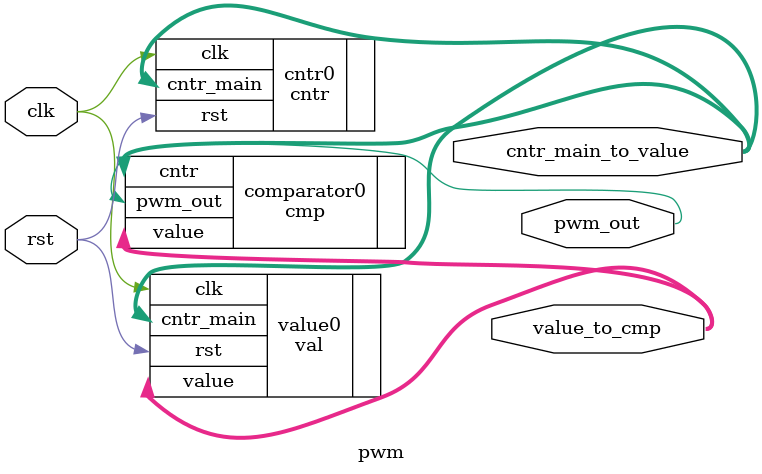
<source format=v>
module pwm
(
	input clk,rst,
	
	output wire pwm_out,
	
	output wire [3:0] cntr_main_to_value,
	
	output wire [3:0] value_to_cmp
);


cntr cntr0
(
	.clk(clk),
	.rst(rst),
	.cntr_main(cntr_main_to_value)
);

val value0
(
	.clk(clk),
	.rst(rst),
	.cntr_main(cntr_main_to_value),
	.value(value_to_cmp)
);

cmp comparator0
(
	.cntr(cntr_main_to_value),
	.value(value_to_cmp),
	.pwm_out(pwm_out)
);


endmodule

</source>
